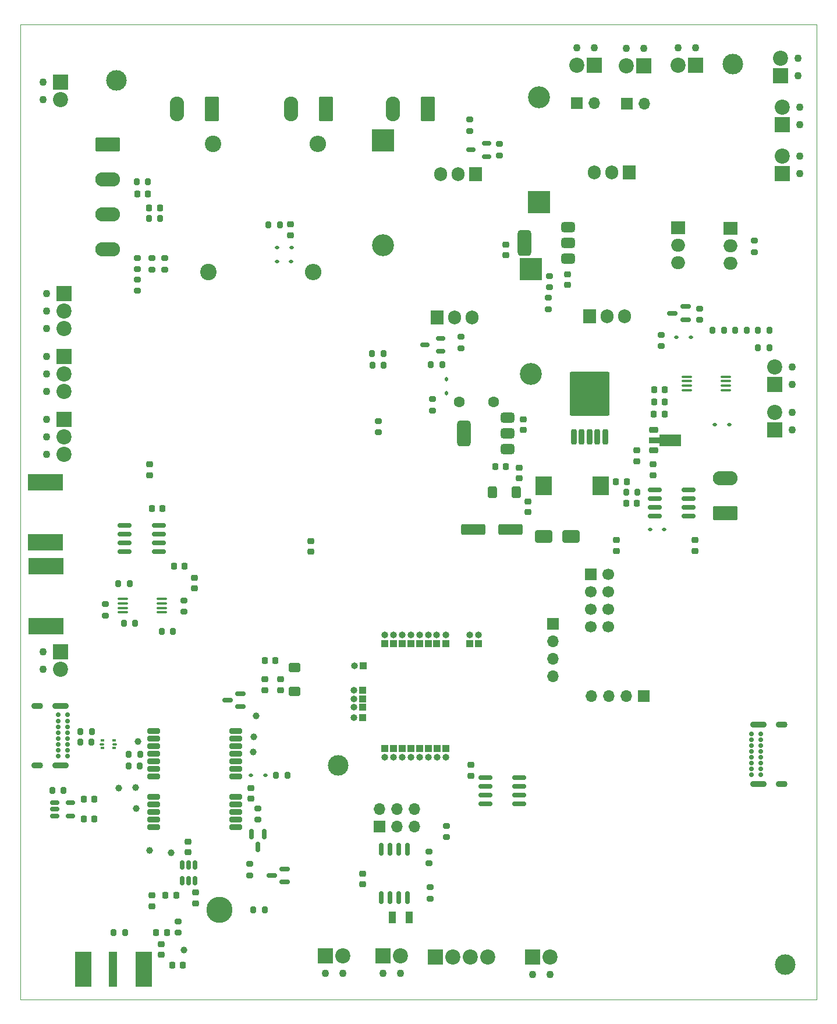
<source format=gbr>
%TF.GenerationSoftware,KiCad,Pcbnew,8.0.1*%
%TF.CreationDate,2024-08-10T17:13:53+02:00*%
%TF.ProjectId,Tracker,54726163-6b65-4722-9e6b-696361645f70,rev?*%
%TF.SameCoordinates,PX5aa5910PY998aa40*%
%TF.FileFunction,Soldermask,Bot*%
%TF.FilePolarity,Negative*%
%FSLAX46Y46*%
G04 Gerber Fmt 4.6, Leading zero omitted, Abs format (unit mm)*
G04 Created by KiCad (PCBNEW 8.0.1) date 2024-08-10 17:13:53*
%MOMM*%
%LPD*%
G01*
G04 APERTURE LIST*
G04 Aperture macros list*
%AMRoundRect*
0 Rectangle with rounded corners*
0 $1 Rounding radius*
0 $2 $3 $4 $5 $6 $7 $8 $9 X,Y pos of 4 corners*
0 Add a 4 corners polygon primitive as box body*
4,1,4,$2,$3,$4,$5,$6,$7,$8,$9,$2,$3,0*
0 Add four circle primitives for the rounded corners*
1,1,$1+$1,$2,$3*
1,1,$1+$1,$4,$5*
1,1,$1+$1,$6,$7*
1,1,$1+$1,$8,$9*
0 Add four rect primitives between the rounded corners*
20,1,$1+$1,$2,$3,$4,$5,0*
20,1,$1+$1,$4,$5,$6,$7,0*
20,1,$1+$1,$6,$7,$8,$9,0*
20,1,$1+$1,$8,$9,$2,$3,0*%
%AMFreePoly0*
4,1,9,3.862500,-0.866500,0.737500,-0.866500,0.737500,-0.450000,-0.737500,-0.450000,-0.737500,0.450000,0.737500,0.450000,0.737500,0.866500,3.862500,0.866500,3.862500,-0.866500,3.862500,-0.866500,$1*%
G04 Aperture macros list end*
%ADD10C,1.100000*%
%ADD11R,2.200000X2.200000*%
%ADD12C,2.200000*%
%ADD13R,5.080000X2.420000*%
%ADD14R,1.000000X1.000000*%
%ADD15O,1.000000X1.000000*%
%ADD16RoundRect,0.249999X0.790001X1.550001X-0.790001X1.550001X-0.790001X-1.550001X0.790001X-1.550001X0*%
%ADD17O,2.080000X3.600000*%
%ADD18R,1.700000X1.700000*%
%ADD19O,1.700000X1.700000*%
%ADD20RoundRect,0.249999X1.550001X-0.790001X1.550001X0.790001X-1.550001X0.790001X-1.550001X-0.790001X0*%
%ADD21O,3.600000X2.080000*%
%ADD22R,3.200000X3.200000*%
%ADD23O,3.200000X3.200000*%
%ADD24C,1.700000*%
%ADD25C,1.600000*%
%ADD26R,1.905000X2.000000*%
%ADD27O,1.905000X2.000000*%
%ADD28C,2.400000*%
%ADD29O,2.400000X2.400000*%
%ADD30C,3.000000*%
%ADD31R,2.000000X1.905000*%
%ADD32O,2.000000X1.905000*%
%ADD33C,0.700000*%
%ADD34O,2.400000X0.900000*%
%ADD35O,1.700000X0.900000*%
%ADD36RoundRect,0.249999X-1.550001X0.790001X-1.550001X-0.790001X1.550001X-0.790001X1.550001X0.790001X0*%
%ADD37RoundRect,0.218750X-0.256250X0.218750X-0.256250X-0.218750X0.256250X-0.218750X0.256250X0.218750X0*%
%ADD38RoundRect,0.200000X0.200000X0.275000X-0.200000X0.275000X-0.200000X-0.275000X0.200000X-0.275000X0*%
%ADD39RoundRect,0.150000X0.825000X0.150000X-0.825000X0.150000X-0.825000X-0.150000X0.825000X-0.150000X0*%
%ADD40RoundRect,0.200000X-0.275000X0.200000X-0.275000X-0.200000X0.275000X-0.200000X0.275000X0.200000X0*%
%ADD41RoundRect,0.225000X0.225000X0.250000X-0.225000X0.250000X-0.225000X-0.250000X0.225000X-0.250000X0*%
%ADD42C,1.000000*%
%ADD43RoundRect,0.225000X0.250000X-0.225000X0.250000X0.225000X-0.250000X0.225000X-0.250000X-0.225000X0*%
%ADD44RoundRect,0.150000X0.150000X-0.512500X0.150000X0.512500X-0.150000X0.512500X-0.150000X-0.512500X0*%
%ADD45RoundRect,0.200000X-0.200000X-0.275000X0.200000X-0.275000X0.200000X0.275000X-0.200000X0.275000X0*%
%ADD46RoundRect,0.225000X-0.225000X-0.250000X0.225000X-0.250000X0.225000X0.250000X-0.225000X0.250000X0*%
%ADD47RoundRect,0.112500X0.187500X0.112500X-0.187500X0.112500X-0.187500X-0.112500X0.187500X-0.112500X0*%
%ADD48RoundRect,0.200000X0.275000X-0.200000X0.275000X0.200000X-0.275000X0.200000X-0.275000X-0.200000X0*%
%ADD49RoundRect,0.250000X1.500000X0.550000X-1.500000X0.550000X-1.500000X-0.550000X1.500000X-0.550000X0*%
%ADD50RoundRect,0.250000X-0.600000X0.400000X-0.600000X-0.400000X0.600000X-0.400000X0.600000X0.400000X0*%
%ADD51RoundRect,0.100000X0.637500X0.100000X-0.637500X0.100000X-0.637500X-0.100000X0.637500X-0.100000X0*%
%ADD52RoundRect,0.375000X0.625000X0.375000X-0.625000X0.375000X-0.625000X-0.375000X0.625000X-0.375000X0*%
%ADD53RoundRect,0.500000X0.500000X1.400000X-0.500000X1.400000X-0.500000X-1.400000X0.500000X-1.400000X0*%
%ADD54RoundRect,0.225000X-0.250000X0.225000X-0.250000X-0.225000X0.250000X-0.225000X0.250000X0.225000X0*%
%ADD55RoundRect,0.150000X0.587500X0.150000X-0.587500X0.150000X-0.587500X-0.150000X0.587500X-0.150000X0*%
%ADD56RoundRect,0.093750X0.156250X0.093750X-0.156250X0.093750X-0.156250X-0.093750X0.156250X-0.093750X0*%
%ADD57RoundRect,0.075000X0.250000X0.075000X-0.250000X0.075000X-0.250000X-0.075000X0.250000X-0.075000X0*%
%ADD58RoundRect,0.200000X0.200000X-0.900000X0.200000X0.900000X-0.200000X0.900000X-0.200000X-0.900000X0*%
%ADD59RoundRect,0.249997X2.650003X-2.950003X2.650003X2.950003X-2.650003X2.950003X-2.650003X-2.950003X0*%
%ADD60RoundRect,0.250000X-1.000000X-0.650000X1.000000X-0.650000X1.000000X0.650000X-1.000000X0.650000X0*%
%ADD61RoundRect,0.218750X0.218750X0.256250X-0.218750X0.256250X-0.218750X-0.256250X0.218750X-0.256250X0*%
%ADD62RoundRect,0.112500X0.112500X-0.187500X0.112500X0.187500X-0.112500X0.187500X-0.112500X-0.187500X0*%
%ADD63RoundRect,0.150000X0.512500X0.150000X-0.512500X0.150000X-0.512500X-0.150000X0.512500X-0.150000X0*%
%ADD64R,1.000000X1.800000*%
%ADD65RoundRect,0.218750X0.256250X-0.218750X0.256250X0.218750X-0.256250X0.218750X-0.256250X-0.218750X0*%
%ADD66R,1.219200X5.072800*%
%ADD67R,2.420000X5.080000*%
%ADD68RoundRect,0.218750X-0.218750X-0.256250X0.218750X-0.256250X0.218750X0.256250X-0.218750X0.256250X0*%
%ADD69C,3.800000*%
%ADD70RoundRect,0.225000X-0.425000X-0.225000X0.425000X-0.225000X0.425000X0.225000X-0.425000X0.225000X0*%
%ADD71FreePoly0,0.000000*%
%ADD72RoundRect,0.150000X0.150000X-0.800000X0.150000X0.800000X-0.150000X0.800000X-0.150000X-0.800000X0*%
%ADD73RoundRect,0.200000X0.700000X0.200000X-0.700000X0.200000X-0.700000X-0.200000X0.700000X-0.200000X0*%
%ADD74RoundRect,0.100000X-0.637500X-0.100000X0.637500X-0.100000X0.637500X0.100000X-0.637500X0.100000X0*%
%ADD75RoundRect,0.250000X0.400000X0.600000X-0.400000X0.600000X-0.400000X-0.600000X0.400000X-0.600000X0*%
%ADD76RoundRect,0.112500X-0.187500X-0.112500X0.187500X-0.112500X0.187500X0.112500X-0.187500X0.112500X0*%
%ADD77R,2.450000X2.700000*%
%ADD78RoundRect,0.150000X-0.150000X0.587500X-0.150000X-0.587500X0.150000X-0.587500X0.150000X0.587500X0*%
%ADD79RoundRect,0.150000X-0.512500X-0.150000X0.512500X-0.150000X0.512500X0.150000X-0.512500X0.150000X0*%
%TA.AperFunction,Profile*%
%ADD80C,0.100000*%
%TD*%
G04 APERTURE END LIST*
D10*
%TO.C,J27*%
X98225000Y138265000D03*
X95685000Y138265000D03*
D11*
X98225000Y135725000D03*
D12*
X95685000Y135725000D03*
%TD*%
D13*
%TO.C,J20*%
X3650000Y75150000D03*
X3650000Y66390000D03*
%TD*%
D14*
%TO.C,JP10*%
X55520000Y51695000D03*
D15*
X55520000Y52965000D03*
%TD*%
D14*
%TO.C,JP23*%
X61870000Y36455000D03*
D15*
X61870000Y35185000D03*
%TD*%
D14*
%TO.C,JP19*%
X56790000Y36455000D03*
D15*
X56790000Y35185000D03*
%TD*%
D16*
%TO.C,J26*%
X27865000Y129422500D03*
D17*
X22785000Y129422500D03*
%TD*%
D18*
%TO.C,J4*%
X77416000Y54574000D03*
D19*
X77416000Y52034000D03*
X77416000Y49494000D03*
X77416000Y46954000D03*
%TD*%
D20*
%TO.C,J6*%
X102522500Y70660000D03*
D21*
X102522500Y75740000D03*
%TD*%
D10*
%TO.C,J21*%
X44360000Y3735000D03*
X46900000Y3735000D03*
D11*
X44360000Y6275000D03*
D12*
X46900000Y6275000D03*
%TD*%
D14*
%TO.C,JP9*%
X56790000Y51695000D03*
D15*
X56790000Y52965000D03*
%TD*%
D22*
%TO.C,D6*%
X52760000Y124857500D03*
D23*
X52760000Y109617500D03*
%TD*%
D14*
%TO.C,JP28*%
X61895400Y51695000D03*
D15*
X61895400Y52965000D03*
%TD*%
D18*
%TO.C,U14*%
X82960000Y61740000D03*
D24*
X85500000Y61740000D03*
X82960000Y59200000D03*
X85500000Y59200000D03*
X82960000Y56660000D03*
X85500000Y56660000D03*
X82960000Y54120000D03*
X85500000Y54120000D03*
%TD*%
D14*
%TO.C,JP18*%
X55520000Y36455000D03*
D15*
X55520000Y35185000D03*
%TD*%
D25*
%TO.C,C19*%
X63775000Y86800000D03*
X68775000Y86800000D03*
%TD*%
D26*
%TO.C,Q5*%
X66165000Y119932500D03*
D27*
X63625000Y119932500D03*
X61085000Y119932500D03*
%TD*%
D10*
%TO.C,J36*%
X112214000Y82768000D03*
X112214000Y85308000D03*
D11*
X109674000Y82768000D03*
D12*
X109674000Y85308000D03*
%TD*%
D14*
%TO.C,JP1*%
X49730000Y44922000D03*
D15*
X48460000Y44922000D03*
%TD*%
D14*
%TO.C,JP27*%
X60498400Y51695000D03*
D15*
X60498400Y52965000D03*
%TD*%
D28*
%TO.C,R80*%
X27975000Y124275000D03*
D29*
X43215000Y124275000D03*
%TD*%
D18*
%TO.C,JP8*%
X80885000Y130200000D03*
D19*
X83425000Y130200000D03*
%TD*%
D14*
%TO.C,JP3*%
X49730000Y43652000D03*
D15*
X48460000Y43652000D03*
%TD*%
D10*
%TO.C,J35*%
X112214000Y89372000D03*
X112214000Y91912000D03*
D11*
X109674000Y89372000D03*
D12*
X109674000Y91912000D03*
%TD*%
D14*
%TO.C,JP14*%
X49728800Y42424000D03*
D15*
X48458800Y42424000D03*
%TD*%
D30*
%TO.C,H3*%
X111198000Y5044000D03*
%TD*%
D10*
%TO.C,J23*%
X90675000Y138215000D03*
X88135000Y138215000D03*
D11*
X90675000Y135675000D03*
D12*
X88135000Y135675000D03*
%TD*%
D13*
%TO.C,J2*%
X3690000Y62950000D03*
X3690000Y54190000D03*
%TD*%
D14*
%TO.C,JP22*%
X60600000Y36455000D03*
D15*
X60600000Y35185000D03*
%TD*%
D14*
%TO.C,JP20*%
X58060000Y36455000D03*
D15*
X58060000Y35185000D03*
%TD*%
D14*
%TO.C,JP2*%
X58060000Y51695000D03*
D15*
X58060000Y52965000D03*
%TD*%
D18*
%TO.C,J8*%
X52210000Y25110000D03*
D19*
X52210000Y27650000D03*
X54750000Y25110000D03*
X54750000Y27650000D03*
X57290000Y25110000D03*
X57290000Y27650000D03*
%TD*%
D14*
%TO.C,JP24*%
X66620000Y51665000D03*
D15*
X66620000Y52935000D03*
%TD*%
D26*
%TO.C,Q6*%
X82800000Y99220000D03*
D27*
X85340000Y99220000D03*
X87880000Y99220000D03*
%TD*%
D10*
%TO.C,J19*%
X52700000Y3775000D03*
X55240000Y3775000D03*
D11*
X52700000Y6315000D03*
D12*
X55240000Y6315000D03*
%TD*%
D14*
%TO.C,JP11*%
X54250000Y51695000D03*
D15*
X54250000Y52965000D03*
%TD*%
D11*
%TO.C,J18*%
X60340000Y6135000D03*
D12*
X62880000Y6135000D03*
X65420000Y6135000D03*
X67960000Y6135000D03*
%TD*%
D10*
%TO.C,J25*%
X83470000Y138260000D03*
X80930000Y138260000D03*
D11*
X83470000Y135720000D03*
D12*
X80930000Y135720000D03*
%TD*%
D28*
%TO.C,R79*%
X27305000Y105700000D03*
D29*
X42545000Y105700000D03*
%TD*%
D10*
%TO.C,J29*%
X113315000Y127092000D03*
X113315000Y129632000D03*
D11*
X110775000Y127092000D03*
D12*
X110775000Y129632000D03*
%TD*%
D16*
%TO.C,J33*%
X59240000Y129397500D03*
D17*
X54160000Y129397500D03*
%TD*%
D10*
%TO.C,J32*%
X3756000Y93436000D03*
X3756000Y90896000D03*
X3756000Y88356000D03*
D11*
X6296000Y93436000D03*
D12*
X6296000Y90896000D03*
X6296000Y88356000D03*
%TD*%
D14*
%TO.C,JP12*%
X52980000Y51695000D03*
D15*
X52980000Y52965000D03*
%TD*%
D14*
%TO.C,JP25*%
X65350000Y51665000D03*
D15*
X65350000Y52935000D03*
%TD*%
D31*
%TO.C,Q2*%
X103270000Y112040000D03*
D32*
X103270000Y109500000D03*
X103270000Y106960000D03*
%TD*%
D16*
%TO.C,J7*%
X44455000Y129375000D03*
D17*
X39375000Y129375000D03*
%TD*%
D22*
%TO.C,D15*%
X74270000Y106120000D03*
D23*
X74270000Y90880000D03*
%TD*%
D33*
%TO.C,J3*%
X106350000Y32590000D03*
X106350000Y33440000D03*
X106350000Y34290000D03*
X106350000Y35140000D03*
X106350000Y35990000D03*
X106350000Y36840000D03*
X106350000Y37690000D03*
X106350000Y38540000D03*
X107700000Y38540000D03*
X107700000Y37690000D03*
X107700000Y36840000D03*
X107700000Y35990000D03*
X107700000Y35140000D03*
X107700000Y34290000D03*
X107700000Y33440000D03*
X107700000Y32590000D03*
D34*
X107330000Y31240000D03*
D35*
X110710000Y31240000D03*
D34*
X107330000Y39890000D03*
D35*
X110710000Y39890000D03*
%TD*%
D14*
%TO.C,JP21*%
X59330000Y36455000D03*
D15*
X59330000Y35185000D03*
%TD*%
D33*
%TO.C,J5*%
X6825000Y41300000D03*
X6825000Y40450000D03*
X6825000Y39600000D03*
X6825000Y38750000D03*
X6825000Y37900000D03*
X6825000Y37050000D03*
X6825000Y36200000D03*
X6825000Y35350000D03*
X5475000Y35350000D03*
X5475000Y36200000D03*
X5475000Y37050000D03*
X5475000Y37900000D03*
X5475000Y38750000D03*
X5475000Y39600000D03*
X5475000Y40450000D03*
X5475000Y41300000D03*
D34*
X5845000Y42650000D03*
D35*
X2465000Y42650000D03*
D34*
X5845000Y34000000D03*
D35*
X2465000Y34000000D03*
%TD*%
D30*
%TO.C,H4*%
X103600000Y135950000D03*
%TD*%
D26*
%TO.C,Q4*%
X88510000Y120180000D03*
D27*
X85970000Y120180000D03*
X83430000Y120180000D03*
%TD*%
D31*
%TO.C,D13*%
X95690000Y112150000D03*
D32*
X95690000Y109610000D03*
X95690000Y107070000D03*
%TD*%
D10*
%TO.C,J1*%
X3240000Y50480000D03*
X3240000Y47940000D03*
D11*
X5780000Y50480000D03*
D12*
X5780000Y47940000D03*
%TD*%
D14*
%TO.C,JP13*%
X49875000Y48425000D03*
D15*
X48605000Y48425000D03*
%TD*%
D30*
%TO.C,H1*%
X13916000Y133568000D03*
%TD*%
D14*
%TO.C,JP26*%
X59330000Y51695000D03*
D15*
X59330000Y52965000D03*
%TD*%
D10*
%TO.C,J22*%
X3248000Y133314000D03*
X3248000Y130774000D03*
D11*
X5788000Y133314000D03*
D12*
X5788000Y130774000D03*
%TD*%
D10*
%TO.C,J11*%
X74500000Y3570000D03*
X77040000Y3570000D03*
D11*
X74500000Y6110000D03*
D12*
X77040000Y6110000D03*
%TD*%
D18*
%TO.C,J9*%
X90640000Y44050000D03*
D19*
X88100000Y44050000D03*
X85560000Y44050000D03*
X83020000Y44050000D03*
%TD*%
D22*
%TO.C,D11*%
X75420000Y115810000D03*
D23*
X75420000Y131050000D03*
%TD*%
D10*
%TO.C,J30*%
X113061000Y134204000D03*
X113061000Y136744000D03*
D11*
X110521000Y134204000D03*
D12*
X110521000Y136744000D03*
%TD*%
D18*
%TO.C,JP29*%
X88185000Y130125000D03*
D19*
X90725000Y130125000D03*
%TD*%
D10*
%TO.C,J31*%
X3756000Y84292000D03*
X3756000Y81752000D03*
X3756000Y79212000D03*
D11*
X6296000Y84292000D03*
D12*
X6296000Y81752000D03*
X6296000Y79212000D03*
%TD*%
D26*
%TO.C,Q7*%
X60576800Y99090800D03*
D27*
X63116800Y99090800D03*
X65656800Y99090800D03*
%TD*%
D14*
%TO.C,JP17*%
X54250000Y36455000D03*
D15*
X54250000Y35185000D03*
%TD*%
D36*
%TO.C,J16*%
X12646000Y124200000D03*
D21*
X12646000Y119120000D03*
X12646000Y114040000D03*
X12646000Y108960000D03*
%TD*%
D10*
%TO.C,J12*%
X3756000Y102580000D03*
X3756000Y100040000D03*
X3756000Y97500000D03*
D11*
X6296000Y102580000D03*
D12*
X6296000Y100040000D03*
X6296000Y97500000D03*
%TD*%
D14*
%TO.C,JP15*%
X49730000Y40900000D03*
D15*
X48460000Y40900000D03*
%TD*%
D10*
%TO.C,J28*%
X113315000Y119980000D03*
X113315000Y122520000D03*
D11*
X110775000Y119980000D03*
D12*
X110775000Y122520000D03*
%TD*%
D14*
%TO.C,JP16*%
X52980000Y36455000D03*
D15*
X52980000Y35185000D03*
%TD*%
D30*
%TO.C,H2*%
X46174000Y34000000D03*
%TD*%
D37*
%TO.C,L2*%
X37792000Y46497000D03*
X37792000Y44922000D03*
%TD*%
D38*
%TO.C,R76*%
X108905500Y94688000D03*
X107255500Y94688000D03*
%TD*%
D39*
%TO.C,U22*%
X20105000Y68880000D03*
X20105000Y67610000D03*
X20105000Y66340000D03*
X20105000Y65070000D03*
X15155000Y65070000D03*
X15155000Y66340000D03*
X15155000Y67610000D03*
X15155000Y68880000D03*
%TD*%
D38*
%TO.C,R81*%
X105610000Y97246000D03*
X103960000Y97246000D03*
%TD*%
D40*
%TO.C,R8*%
X12320000Y57390000D03*
X12320000Y55740000D03*
%TD*%
%TO.C,R98*%
X19075000Y107700000D03*
X19075000Y106050000D03*
%TD*%
D41*
%TO.C,C34*%
X22650000Y15100000D03*
X21100000Y15100000D03*
%TD*%
D42*
%TO.C,T8*%
X33850000Y35900000D03*
%TD*%
D43*
%TO.C,C4*%
X25260000Y59685000D03*
X25260000Y61235000D03*
%TD*%
D44*
%TO.C,U21*%
X25400000Y17225000D03*
X24450000Y17225000D03*
X23500000Y17225000D03*
X23500000Y19500000D03*
X24450000Y19500000D03*
X25400000Y19500000D03*
%TD*%
D45*
%TO.C,R101*%
X36050000Y112575000D03*
X37700000Y112575000D03*
%TD*%
D46*
%TO.C,C14*%
X92122000Y85054000D03*
X93672000Y85054000D03*
%TD*%
D47*
%TO.C,D30*%
X97482000Y96230000D03*
X95382000Y96230000D03*
%TD*%
D48*
%TO.C,R17*%
X22950000Y9650000D03*
X22950000Y11300000D03*
%TD*%
D49*
%TO.C,C33*%
X71225000Y68250000D03*
X65825000Y68250000D03*
%TD*%
D45*
%TO.C,R69*%
X8700000Y38925000D03*
X10350000Y38925000D03*
%TD*%
D42*
%TO.C,T1*%
X21900000Y21250000D03*
%TD*%
D46*
%TO.C,C27*%
X19120000Y71340000D03*
X20670000Y71340000D03*
%TD*%
D50*
%TO.C,D31*%
X39824000Y48196000D03*
X39824000Y44696000D03*
%TD*%
D46*
%TO.C,C12*%
X92148000Y88610000D03*
X93698000Y88610000D03*
%TD*%
D43*
%TO.C,C9*%
X24350000Y21325000D03*
X24350000Y22875000D03*
%TD*%
D51*
%TO.C,U29*%
X102608000Y90468000D03*
X102608000Y89818000D03*
X102608000Y89168000D03*
X102608000Y88518000D03*
X96883000Y88518000D03*
X96883000Y89168000D03*
X96883000Y89818000D03*
X96883000Y90468000D03*
%TD*%
D45*
%TO.C,R9*%
X14215000Y60360000D03*
X15865000Y60360000D03*
%TD*%
D48*
%TO.C,R33*%
X65350000Y126200000D03*
X65350000Y127850000D03*
%TD*%
D46*
%TO.C,C1*%
X22325000Y62925000D03*
X23875000Y62925000D03*
%TD*%
D52*
%TO.C,U11*%
X70812000Y84546000D03*
X70812000Y82246000D03*
D53*
X64512000Y82246000D03*
D52*
X70812000Y79946000D03*
%TD*%
D45*
%TO.C,R42*%
X51175000Y92125000D03*
X52825000Y92125000D03*
%TD*%
D54*
%TO.C,C37*%
X89608000Y79746000D03*
X89608000Y78196000D03*
%TD*%
D40*
%TO.C,R99*%
X16964000Y104612000D03*
X16964000Y102962000D03*
%TD*%
D55*
%TO.C,Q10*%
X32000000Y44400000D03*
X32000000Y42500000D03*
X30125000Y43450000D03*
%TD*%
D42*
%TO.C,T40*%
X17050000Y37450000D03*
%TD*%
D37*
%TO.C,L1*%
X35506000Y46497000D03*
X35506000Y44922000D03*
%TD*%
D40*
%TO.C,R51*%
X59940000Y87205000D03*
X59940000Y85555000D03*
%TD*%
D43*
%TO.C,C7*%
X33474000Y29161000D03*
X33474000Y30711000D03*
%TD*%
D45*
%TO.C,R66*%
X18650000Y113502000D03*
X20300000Y113502000D03*
%TD*%
D56*
%TO.C,U26*%
X13600000Y37575000D03*
D57*
X13675000Y37037500D03*
D56*
X13600000Y36500000D03*
X11900000Y36500000D03*
D57*
X11825000Y37037500D03*
D56*
X11900000Y37575000D03*
%TD*%
D54*
%TO.C,C15*%
X79550000Y105375000D03*
X79550000Y103825000D03*
%TD*%
D58*
%TO.C,U4*%
X85055000Y81700000D03*
X83915000Y81700000D03*
X82775000Y81700000D03*
D59*
X82775000Y88000000D03*
D58*
X81635000Y81700000D03*
X80495000Y81700000D03*
%TD*%
D48*
%TO.C,R97*%
X20950000Y106050000D03*
X20950000Y107700000D03*
%TD*%
D38*
%TO.C,R39*%
X61330000Y92230000D03*
X59680000Y92230000D03*
%TD*%
D41*
%TO.C,C31*%
X18551000Y117058000D03*
X17001000Y117058000D03*
%TD*%
D37*
%TO.C,L3*%
X42230000Y66595000D03*
X42230000Y65020000D03*
%TD*%
D45*
%TO.C,R13*%
X15700000Y33900000D03*
X17350000Y33900000D03*
%TD*%
D48*
%TO.C,R83*%
X98752000Y98707000D03*
X98752000Y100357000D03*
%TD*%
D43*
%TO.C,C25*%
X20500000Y6450000D03*
X20500000Y8000000D03*
%TD*%
D60*
%TO.C,D23*%
X76075000Y67225000D03*
X80075000Y67225000D03*
%TD*%
D61*
%TO.C,L6*%
X21275000Y9650000D03*
X19700000Y9650000D03*
%TD*%
D38*
%TO.C,R82*%
X102308000Y97246000D03*
X100658000Y97246000D03*
%TD*%
D62*
%TO.C,D19*%
X61975000Y88050000D03*
X61975000Y90150000D03*
%TD*%
D43*
%TO.C,C30*%
X39250000Y111050000D03*
X39250000Y112600000D03*
%TD*%
D52*
%TO.C,U16*%
X79630000Y112210000D03*
X79630000Y109910000D03*
D53*
X73330000Y109910000D03*
D52*
X79630000Y107610000D03*
%TD*%
D42*
%TO.C,T5*%
X18800000Y21650000D03*
%TD*%
D45*
%TO.C,R32*%
X51150000Y93875000D03*
X52800000Y93875000D03*
%TD*%
D39*
%TO.C,U17*%
X72550000Y32185000D03*
X72550000Y30915000D03*
X72550000Y29645000D03*
X72550000Y28375000D03*
X67600000Y28375000D03*
X67600000Y29645000D03*
X67600000Y30915000D03*
X67600000Y32185000D03*
%TD*%
D48*
%TO.C,R36*%
X69680000Y122640000D03*
X69680000Y124290000D03*
%TD*%
D41*
%TO.C,C40*%
X89634000Y72100000D03*
X88084000Y72100000D03*
%TD*%
D40*
%TO.C,R44*%
X52075000Y84025000D03*
X52075000Y82375000D03*
%TD*%
D63*
%TO.C,Q8*%
X61075000Y96050000D03*
X61075000Y94150000D03*
X58800000Y95100000D03*
%TD*%
D47*
%TO.C,D36*%
X35600000Y32500000D03*
X33500000Y32500000D03*
%TD*%
D64*
%TO.C,Y2*%
X54050000Y11900000D03*
X56550000Y11900000D03*
%TD*%
D40*
%TO.C,R43*%
X64070000Y96250000D03*
X64070000Y94600000D03*
%TD*%
D46*
%TO.C,C36*%
X9200000Y26200000D03*
X10750000Y26200000D03*
%TD*%
D37*
%TO.C,L11*%
X92020000Y77713500D03*
X92020000Y76138500D03*
%TD*%
D40*
%TO.C,R49*%
X76756000Y101944000D03*
X76756000Y100294000D03*
%TD*%
D37*
%TO.C,L9*%
X19150000Y15100000D03*
X19150000Y13525000D03*
%TD*%
D54*
%TO.C,C11*%
X65478000Y34026000D03*
X65478000Y32476000D03*
%TD*%
D45*
%TO.C,R112*%
X88100000Y73675000D03*
X89750000Y73675000D03*
%TD*%
D41*
%TO.C,C26*%
X23600000Y4950000D03*
X22050000Y4950000D03*
%TD*%
D42*
%TO.C,T34*%
X16750000Y30750000D03*
%TD*%
D45*
%TO.C,R14*%
X15750000Y35600000D03*
X17400000Y35600000D03*
%TD*%
D38*
%TO.C,R75*%
X108905500Y97198000D03*
X107255500Y97198000D03*
%TD*%
D65*
%TO.C,L8*%
X86700000Y65125000D03*
X86700000Y66700000D03*
%TD*%
D37*
%TO.C,L10*%
X18742000Y77739000D03*
X18742000Y76164000D03*
%TD*%
%TO.C,L4*%
X98140000Y66700000D03*
X98140000Y65125000D03*
%TD*%
D66*
%TO.C,J10*%
X13479200Y4306400D03*
D67*
X9150000Y4310000D03*
X17910000Y4310000D03*
%TD*%
D68*
%TO.C,L14*%
X35506000Y49240000D03*
X37081000Y49240000D03*
%TD*%
D69*
%TO.C,AE1*%
X28950000Y12950000D03*
%TD*%
D70*
%TO.C,U12*%
X92102000Y79744000D03*
D71*
X92189500Y81244000D03*
D70*
X92102000Y82744000D03*
%TD*%
D72*
%TO.C,U13*%
X56255000Y14750000D03*
X54985000Y14750000D03*
X53715000Y14750000D03*
X52445000Y14750000D03*
X52445000Y21750000D03*
X53715000Y21750000D03*
X54985000Y21750000D03*
X56255000Y21750000D03*
%TD*%
D42*
%TO.C,T38*%
X33900000Y38100000D03*
%TD*%
D48*
%TO.C,R52*%
X59600000Y14600000D03*
X59600000Y16250000D03*
%TD*%
D41*
%TO.C,C16*%
X70584000Y77434000D03*
X69034000Y77434000D03*
%TD*%
D55*
%TO.C,Q9*%
X96718000Y100663000D03*
X96718000Y98763000D03*
X94843000Y99713000D03*
%TD*%
D40*
%TO.C,R100*%
X16964000Y107723000D03*
X16964000Y106073000D03*
%TD*%
D73*
%TO.C,U3*%
X31325000Y39000000D03*
X31325000Y37900000D03*
X31325000Y36800000D03*
X31325000Y35700000D03*
X31325000Y34600000D03*
X31325000Y33500000D03*
X31325000Y32400000D03*
X31325000Y29400000D03*
X31325000Y28300000D03*
X31325000Y27200000D03*
X31325000Y26100000D03*
X31325000Y25000000D03*
X19325000Y25000000D03*
X19325000Y26100000D03*
X19325000Y27200000D03*
X19325000Y28300000D03*
X19325000Y29400000D03*
X19325000Y32400000D03*
X19325000Y33500000D03*
X19325000Y34600000D03*
X19325000Y35700000D03*
X19325000Y36800000D03*
X19325000Y37900000D03*
X19325000Y39000000D03*
%TD*%
D45*
%TO.C,R65*%
X16901000Y118836000D03*
X18551000Y118836000D03*
%TD*%
D38*
%TO.C,R7*%
X16660000Y54640000D03*
X15010000Y54640000D03*
%TD*%
D40*
%TO.C,R18*%
X59450000Y21425000D03*
X59450000Y19775000D03*
%TD*%
%TO.C,R27*%
X106700000Y110250000D03*
X106700000Y108600000D03*
%TD*%
D42*
%TO.C,T33*%
X16800000Y27700000D03*
%TD*%
D74*
%TO.C,U1*%
X14855000Y56200000D03*
X14855000Y56850000D03*
X14855000Y57500000D03*
X14855000Y58150000D03*
X20580000Y58150000D03*
X20580000Y57500000D03*
X20580000Y56850000D03*
X20580000Y56200000D03*
%TD*%
D65*
%TO.C,L13*%
X73800000Y70775000D03*
X73800000Y72350000D03*
%TD*%
D42*
%TO.C,T7*%
X34250000Y41200000D03*
%TD*%
D45*
%TO.C,R5*%
X20510000Y53470000D03*
X22160000Y53470000D03*
%TD*%
D55*
%TO.C,Q11*%
X38400000Y18900000D03*
X38400000Y17000000D03*
X36525000Y17950000D03*
%TD*%
D42*
%TO.C,T4*%
X14250000Y30650000D03*
%TD*%
D38*
%TO.C,R92*%
X38800000Y32550000D03*
X37150000Y32550000D03*
%TD*%
D63*
%TO.C,Q3*%
X67785000Y124380000D03*
X67785000Y122480000D03*
X65510000Y123430000D03*
%TD*%
D54*
%TO.C,C20*%
X49730000Y18252000D03*
X49730000Y16702000D03*
%TD*%
%TO.C,C18*%
X70558000Y109692000D03*
X70558000Y108142000D03*
%TD*%
D75*
%TO.C,D29*%
X72100000Y73650000D03*
X68600000Y73650000D03*
%TD*%
D41*
%TO.C,C32*%
X20266000Y115026000D03*
X18716000Y115026000D03*
%TD*%
D40*
%TO.C,R48*%
X76908000Y105120000D03*
X76908000Y103470000D03*
%TD*%
D76*
%TO.C,D22*%
X37275000Y107175000D03*
X39375000Y107175000D03*
%TD*%
D45*
%TO.C,R56*%
X13525000Y9650000D03*
X15175000Y9650000D03*
%TD*%
D65*
%TO.C,L7*%
X72575000Y75687500D03*
X72575000Y77262500D03*
%TD*%
D45*
%TO.C,R70*%
X8675000Y37400000D03*
X10325000Y37400000D03*
%TD*%
D38*
%TO.C,R71*%
X6250000Y30300000D03*
X4600000Y30300000D03*
%TD*%
D46*
%TO.C,C35*%
X9200000Y29100000D03*
X10750000Y29100000D03*
%TD*%
D39*
%TO.C,U10*%
X97175000Y74055000D03*
X97175000Y72785000D03*
X97175000Y71515000D03*
X97175000Y70245000D03*
X92225000Y70245000D03*
X92225000Y71515000D03*
X92225000Y72785000D03*
X92225000Y74055000D03*
%TD*%
D77*
%TO.C,L5*%
X76100000Y74575000D03*
X84350000Y74575000D03*
%TD*%
D76*
%TO.C,D16*%
X91550000Y68250000D03*
X93650000Y68250000D03*
%TD*%
D48*
%TO.C,R93*%
X33300000Y18000000D03*
X33300000Y19650000D03*
%TD*%
D54*
%TO.C,C10*%
X25500000Y15500000D03*
X25500000Y13950000D03*
%TD*%
D48*
%TO.C,R1*%
X61922000Y23523000D03*
X61922000Y25173000D03*
%TD*%
D43*
%TO.C,C17*%
X73098000Y82742000D03*
X73098000Y84292000D03*
%TD*%
D41*
%TO.C,C8*%
X88175000Y75200000D03*
X86625000Y75200000D03*
%TD*%
D48*
%TO.C,R6*%
X23790000Y56310000D03*
X23790000Y57960000D03*
%TD*%
%TO.C,R2*%
X93164000Y94897000D03*
X93164000Y96547000D03*
%TD*%
D38*
%TO.C,R57*%
X35527500Y12995000D03*
X33877500Y12995000D03*
%TD*%
D46*
%TO.C,C13*%
X92148000Y86832000D03*
X93698000Y86832000D03*
%TD*%
D78*
%TO.C,Q1*%
X33550000Y24025000D03*
X35450000Y24025000D03*
X34500000Y22150000D03*
%TD*%
D76*
%TO.C,D32*%
X100970000Y83530000D03*
X103070000Y83530000D03*
%TD*%
D79*
%TO.C,U27*%
X4950000Y26650000D03*
X4950000Y27600000D03*
X4950000Y28550000D03*
X7225000Y28550000D03*
X7225000Y26650000D03*
%TD*%
D47*
%TO.C,D35*%
X39425000Y109275000D03*
X37325000Y109275000D03*
%TD*%
D42*
%TO.C,T52*%
X23800000Y7150000D03*
%TD*%
D40*
%TO.C,R58*%
X34550000Y27750000D03*
X34550000Y26100000D03*
%TD*%
D80*
X-38155Y141677480D02*
X115800000Y141677480D01*
X115800000Y-22520D01*
X-38155Y-22520D01*
X-38155Y141677480D01*
M02*

</source>
